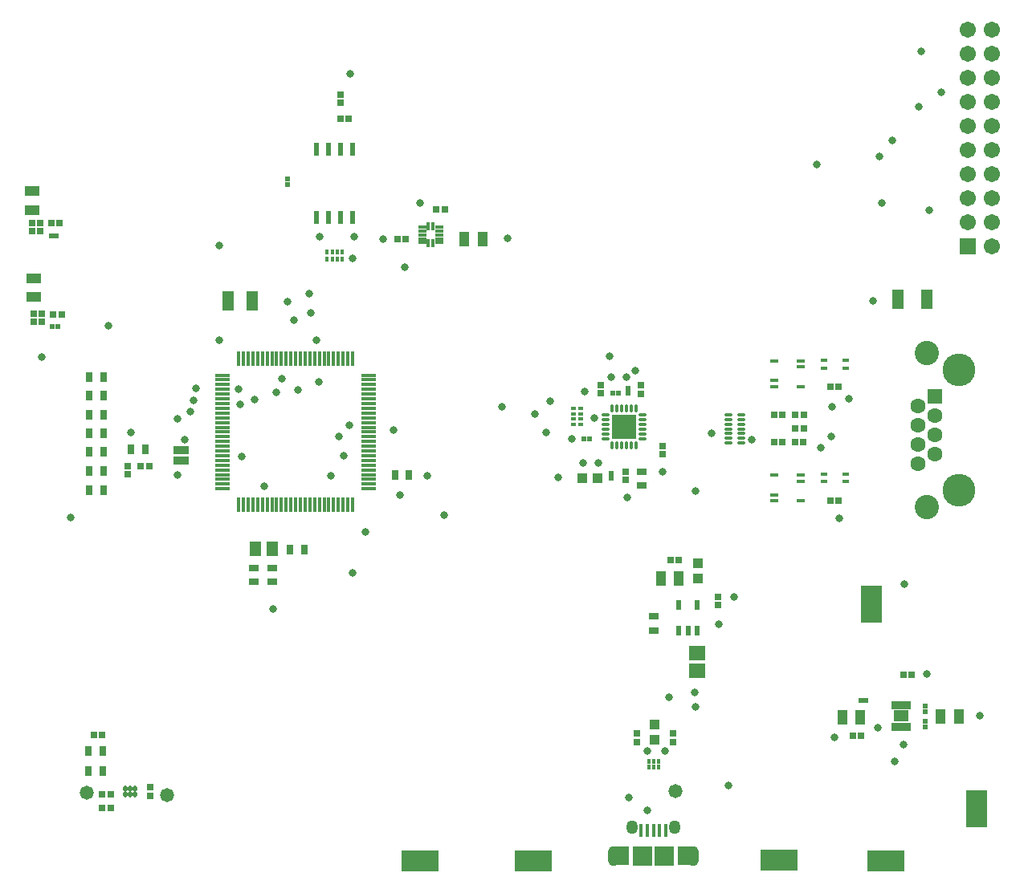
<source format=gts>
G04*
G04 #@! TF.GenerationSoftware,Altium Limited,Altium Designer,20.1.14 (287)*
G04*
G04 Layer_Color=8388736*
%FSLAX25Y25*%
%MOIN*%
G70*
G04*
G04 #@! TF.SameCoordinates,337FD55F-C749-4CE5-A7C0-25B7CD9D1A6A*
G04*
G04*
G04 #@! TF.FilePolarity,Negative*
G04*
G01*
G75*
%ADD29R,0.01968X0.03959*%
%ADD31R,0.03700X0.01600*%
%ADD34R,0.02200X0.05800*%
%ADD39R,0.01600X0.05300*%
%ADD49R,0.05906X0.01181*%
%ADD50R,0.01181X0.05906*%
G04:AMPARAMS|DCode=57|XSize=31.13mil|YSize=10.66mil|CornerRadius=1.26mil|HoleSize=0mil|Usage=FLASHONLY|Rotation=0.000|XOffset=0mil|YOffset=0mil|HoleType=Round|Shape=RoundedRectangle|*
%AMROUNDEDRECTD57*
21,1,0.03113,0.00814,0,0,0.0*
21,1,0.02861,0.01066,0,0,0.0*
1,1,0.00252,0.01431,-0.00407*
1,1,0.00252,-0.01431,-0.00407*
1,1,0.00252,-0.01431,0.00407*
1,1,0.00252,0.01431,0.00407*
%
%ADD57ROUNDEDRECTD57*%
%ADD58R,0.01913X0.01224*%
%ADD59R,0.01913X0.01814*%
%ADD60R,0.01814X0.01913*%
%ADD61R,0.01224X0.01913*%
G04:AMPARAMS|DCode=62|XSize=33.89mil|YSize=12.24mil|CornerRadius=2.28mil|HoleSize=0mil|Usage=FLASHONLY|Rotation=180.000|XOffset=0mil|YOffset=0mil|HoleType=Round|Shape=RoundedRectangle|*
%AMROUNDEDRECTD62*
21,1,0.03389,0.00768,0,0,180.0*
21,1,0.02933,0.01224,0,0,180.0*
1,1,0.00456,-0.01467,0.00384*
1,1,0.00456,0.01467,0.00384*
1,1,0.00456,0.01467,-0.00384*
1,1,0.00456,-0.01467,-0.00384*
%
%ADD62ROUNDEDRECTD62*%
G04:AMPARAMS|DCode=63|XSize=33.89mil|YSize=12.24mil|CornerRadius=2.28mil|HoleSize=0mil|Usage=FLASHONLY|Rotation=270.000|XOffset=0mil|YOffset=0mil|HoleType=Round|Shape=RoundedRectangle|*
%AMROUNDEDRECTD63*
21,1,0.03389,0.00768,0,0,270.0*
21,1,0.02933,0.01224,0,0,270.0*
1,1,0.00456,-0.00384,-0.01467*
1,1,0.00456,-0.00384,0.01467*
1,1,0.00456,0.00384,0.01467*
1,1,0.00456,0.00384,-0.01467*
%
%ADD63ROUNDEDRECTD63*%
%ADD64R,0.10436X0.10436*%
%ADD65R,0.02762X0.02605*%
%ADD66R,0.02605X0.02762*%
%ADD67R,0.02762X0.02526*%
%ADD68R,0.02526X0.02762*%
%ADD69R,0.03477X0.01587*%
%ADD70R,0.01587X0.03477*%
%ADD71R,0.01400X0.02000*%
%ADD72R,0.04343X0.05918*%
%ADD73R,0.03162X0.04343*%
%ADD74R,0.02375X0.02296*%
%ADD75R,0.07900X0.08300*%
%ADD76O,0.04700X0.08300*%
%ADD77O,0.04900X0.05700*%
%ADD78R,0.15761X0.08792*%
%ADD79R,0.04461X0.04304*%
%ADD80R,0.06706X0.05918*%
%ADD81R,0.02000X0.03200*%
%ADD82R,0.05906X0.04724*%
%ADD83R,0.02296X0.02375*%
%ADD84R,0.02572X0.02572*%
%ADD85R,0.06391X0.04422*%
%ADD86R,0.03359X0.03753*%
%ADD87R,0.05131X0.06391*%
%ADD88R,0.04343X0.03162*%
%ADD89R,0.02926X0.03162*%
%ADD90R,0.04737X0.07887*%
%ADD91R,0.02800X0.01400*%
G04:AMPARAMS|DCode=92|XSize=24.54mil|YSize=20.2mil|CornerRadius=7.05mil|HoleSize=0mil|Usage=FLASHONLY|Rotation=90.000|XOffset=0mil|YOffset=0mil|HoleType=Round|Shape=RoundedRectangle|*
%AMROUNDEDRECTD92*
21,1,0.02454,0.00610,0,0,90.0*
21,1,0.01043,0.02020,0,0,90.0*
1,1,0.01410,0.00305,0.00522*
1,1,0.01410,0.00305,-0.00522*
1,1,0.01410,-0.00305,-0.00522*
1,1,0.01410,-0.00305,0.00522*
%
%ADD92ROUNDEDRECTD92*%
%ADD93R,0.04973X0.07965*%
%ADD94R,0.08792X0.15761*%
%ADD95R,0.03950X0.03950*%
%ADD96C,0.06737*%
%ADD97R,0.06737X0.06737*%
%ADD98C,0.13595*%
%ADD99C,0.06304*%
%ADD100R,0.06304X0.06304*%
%ADD101C,0.10072*%
%ADD102C,0.03300*%
%ADD103C,0.05800*%
G36*
X191435Y267985D02*
X188365D01*
Y269166D01*
X191435D01*
Y267985D01*
D02*
G37*
G36*
X184467D02*
X181396D01*
Y269166D01*
X184467D01*
Y267985D01*
D02*
G37*
G36*
X191435Y266410D02*
X188365D01*
Y267591D01*
X191435D01*
Y266410D01*
D02*
G37*
G36*
X184467D02*
X181396D01*
Y267591D01*
X184467D01*
Y266410D01*
D02*
G37*
G36*
X187991Y265131D02*
X186810D01*
Y268202D01*
X187991D01*
Y265131D01*
D02*
G37*
G36*
X186022D02*
X184841D01*
Y268202D01*
X186022D01*
Y265131D01*
D02*
G37*
G36*
X294165Y14750D02*
Y9650D01*
X295365Y8450D01*
X289165D01*
Y15950D01*
X295365D01*
X294165Y14750D01*
D02*
G37*
G36*
X268690Y8450D02*
X262490D01*
X263690Y9650D01*
Y14750D01*
X262490Y15950D01*
X268690D01*
Y8450D01*
D02*
G37*
G36*
X184467Y272709D02*
X181396D01*
Y273890D01*
X184467D01*
Y272709D01*
D02*
G37*
G36*
X186022Y272099D02*
X184841D01*
Y275170D01*
X186022D01*
Y272099D01*
D02*
G37*
G36*
X184467Y271135D02*
X181396D01*
Y272316D01*
X184467D01*
Y271135D01*
D02*
G37*
G36*
Y269560D02*
X181396D01*
Y270741D01*
X184467D01*
Y269560D01*
D02*
G37*
G36*
X191435Y272709D02*
X188365D01*
Y273890D01*
X191435D01*
Y272709D01*
D02*
G37*
G36*
X187991Y272099D02*
X186810D01*
Y275170D01*
X187991D01*
Y272099D01*
D02*
G37*
G36*
X191435Y271135D02*
X188365D01*
Y272316D01*
X191435D01*
Y271135D01*
D02*
G37*
G36*
Y269560D02*
X188365D01*
Y270741D01*
X191435D01*
Y269560D01*
D02*
G37*
D29*
X289528Y116566D02*
D03*
X297009D02*
D03*
Y105914D02*
D03*
X293269D02*
D03*
X289528D02*
D03*
D31*
X329012Y217859D02*
D03*
Y207190D02*
D03*
X340000D02*
D03*
Y217859D02*
D03*
Y215300D02*
D03*
X329012Y209749D02*
D03*
X328912Y162178D02*
D03*
X339900Y167729D02*
D03*
Y170288D02*
D03*
Y159618D02*
D03*
X328912D02*
D03*
Y170288D02*
D03*
D34*
X138900Y277600D02*
D03*
X143900D02*
D03*
X148900D02*
D03*
X153900D02*
D03*
Y305900D02*
D03*
X148900D02*
D03*
X143900D02*
D03*
X138900D02*
D03*
D39*
X284046Y22724D02*
D03*
X281487D02*
D03*
X278928D02*
D03*
X276368D02*
D03*
X273809D02*
D03*
D49*
X160715Y211922D02*
D03*
Y209953D02*
D03*
Y207985D02*
D03*
Y206016D02*
D03*
Y204048D02*
D03*
Y202080D02*
D03*
Y200111D02*
D03*
Y198143D02*
D03*
Y196174D02*
D03*
Y194205D02*
D03*
Y192237D02*
D03*
Y190269D02*
D03*
Y188300D02*
D03*
Y186331D02*
D03*
Y184363D02*
D03*
Y182395D02*
D03*
Y180426D02*
D03*
Y178457D02*
D03*
Y176489D02*
D03*
Y174521D02*
D03*
Y172552D02*
D03*
Y170583D02*
D03*
Y168615D02*
D03*
Y166647D02*
D03*
Y164678D02*
D03*
X100085D02*
D03*
Y166647D02*
D03*
Y168615D02*
D03*
Y170583D02*
D03*
Y172552D02*
D03*
Y174521D02*
D03*
Y176489D02*
D03*
Y178457D02*
D03*
Y180426D02*
D03*
Y182395D02*
D03*
Y184363D02*
D03*
Y186331D02*
D03*
Y188300D02*
D03*
Y190269D02*
D03*
Y192237D02*
D03*
Y194205D02*
D03*
Y196174D02*
D03*
Y198143D02*
D03*
Y200111D02*
D03*
Y202080D02*
D03*
Y204048D02*
D03*
Y206016D02*
D03*
Y207985D02*
D03*
Y209953D02*
D03*
Y211922D02*
D03*
D50*
X154022Y157985D02*
D03*
X152053D02*
D03*
X150085D02*
D03*
X148117D02*
D03*
X146148D02*
D03*
X144179D02*
D03*
X142211D02*
D03*
X140243D02*
D03*
X138274D02*
D03*
X136305D02*
D03*
X134337D02*
D03*
X132369D02*
D03*
X130400D02*
D03*
X128431D02*
D03*
X126463D02*
D03*
X124495D02*
D03*
X122526D02*
D03*
X120557D02*
D03*
X118589D02*
D03*
X116621D02*
D03*
X114652D02*
D03*
X112683D02*
D03*
X110715D02*
D03*
X108747D02*
D03*
X106778D02*
D03*
Y218615D02*
D03*
X108747D02*
D03*
X110715D02*
D03*
X112683D02*
D03*
X114652D02*
D03*
X116621D02*
D03*
X118589D02*
D03*
X120557D02*
D03*
X122526D02*
D03*
X124495D02*
D03*
X126463D02*
D03*
X128431D02*
D03*
X130400D02*
D03*
X132369D02*
D03*
X134337D02*
D03*
X136305D02*
D03*
X138274D02*
D03*
X140243D02*
D03*
X142211D02*
D03*
X144179D02*
D03*
X146148D02*
D03*
X148117D02*
D03*
X150085D02*
D03*
X152053D02*
D03*
X154022D02*
D03*
D57*
X310162Y195505D02*
D03*
Y193537D02*
D03*
Y191569D02*
D03*
Y189600D02*
D03*
Y187631D02*
D03*
Y185663D02*
D03*
Y183695D02*
D03*
X315438D02*
D03*
Y185663D02*
D03*
Y187631D02*
D03*
Y189600D02*
D03*
Y191569D02*
D03*
Y193537D02*
D03*
Y195505D02*
D03*
D58*
X248684Y193816D02*
D03*
Y195784D02*
D03*
X245717D02*
D03*
Y193816D02*
D03*
D59*
X248684Y198048D02*
D03*
Y191552D02*
D03*
X245717D02*
D03*
Y198048D02*
D03*
D60*
X143368Y260233D02*
D03*
X149864D02*
D03*
Y263200D02*
D03*
X143368D02*
D03*
D61*
X147600Y260233D02*
D03*
X145632D02*
D03*
Y263200D02*
D03*
X147600D02*
D03*
D62*
X258993Y185427D02*
D03*
Y187396D02*
D03*
Y189364D02*
D03*
Y191333D02*
D03*
Y193301D02*
D03*
Y195270D02*
D03*
X274347D02*
D03*
Y193301D02*
D03*
Y191333D02*
D03*
Y189364D02*
D03*
Y187396D02*
D03*
Y185427D02*
D03*
D63*
X271592Y182671D02*
D03*
X269623D02*
D03*
X267654D02*
D03*
X265686D02*
D03*
X263718D02*
D03*
X261749D02*
D03*
Y198026D02*
D03*
X263718D02*
D03*
X265686D02*
D03*
X267654D02*
D03*
X269623D02*
D03*
X271592D02*
D03*
D64*
X266670Y190349D02*
D03*
D65*
X273800Y204200D02*
D03*
Y207625D02*
D03*
X70000Y37187D02*
D03*
Y40613D02*
D03*
X60800Y170687D02*
D03*
Y174113D02*
D03*
X272000Y59587D02*
D03*
Y63013D02*
D03*
X287200D02*
D03*
Y59587D02*
D03*
X305800Y116487D02*
D03*
Y119913D02*
D03*
D66*
X332400Y184200D02*
D03*
X328975D02*
D03*
X329000Y195300D02*
D03*
X332425D02*
D03*
X337800D02*
D03*
X341225D02*
D03*
Y189728D02*
D03*
X337800D02*
D03*
X152313Y318600D02*
D03*
X148887D02*
D03*
X188841Y280738D02*
D03*
X192266D02*
D03*
X29014Y275027D02*
D03*
X32439D02*
D03*
X33239Y237211D02*
D03*
X29814D02*
D03*
D67*
X256900Y207701D02*
D03*
Y204299D02*
D03*
X267500Y171901D02*
D03*
Y168499D02*
D03*
X282600Y178999D02*
D03*
Y182401D02*
D03*
X149000Y325098D02*
D03*
Y328500D02*
D03*
D68*
X352400Y159800D02*
D03*
X355802D02*
D03*
X355701Y207100D02*
D03*
X352299D02*
D03*
X337799Y184200D02*
D03*
X341201D02*
D03*
X46798Y62599D02*
D03*
X50200D02*
D03*
X172553Y268438D02*
D03*
X175954D02*
D03*
X289501Y135000D02*
D03*
X286099D02*
D03*
X361647Y62248D02*
D03*
X365048D02*
D03*
X382747Y87600D02*
D03*
X386148D02*
D03*
D69*
X189900Y267001D02*
D03*
Y268576D02*
D03*
Y270150D02*
D03*
Y271725D02*
D03*
Y273300D02*
D03*
X182931D02*
D03*
Y271725D02*
D03*
Y270150D02*
D03*
Y268576D02*
D03*
Y267001D02*
D03*
D70*
X187400Y273635D02*
D03*
X185431D02*
D03*
Y266666D02*
D03*
X187400D02*
D03*
D71*
X277189Y48939D02*
D03*
X279159D02*
D03*
X281129Y51539D02*
D03*
X279161D02*
D03*
X277192D02*
D03*
X281129Y48939D02*
D03*
D72*
X207994Y268538D02*
D03*
X200513D02*
D03*
X282020Y127341D02*
D03*
X289500D02*
D03*
X398207Y70000D02*
D03*
X405687D02*
D03*
X364787Y69907D02*
D03*
X357307D02*
D03*
D73*
X177453Y170500D02*
D03*
X171547D02*
D03*
X128147Y139600D02*
D03*
X134053D02*
D03*
X44667Y211106D02*
D03*
X50572D02*
D03*
X44667Y203317D02*
D03*
X50572D02*
D03*
X50572Y195529D02*
D03*
X44667D02*
D03*
X50572Y187741D02*
D03*
X44667D02*
D03*
X50572Y179952D02*
D03*
X44667D02*
D03*
X50572Y172164D02*
D03*
X44667D02*
D03*
X50572Y164264D02*
D03*
X44667D02*
D03*
X50253Y47600D02*
D03*
X44347D02*
D03*
X50253Y55800D02*
D03*
X44347D02*
D03*
X68000Y181200D02*
D03*
X62094D02*
D03*
D74*
X127000Y293302D02*
D03*
Y291098D02*
D03*
X391647Y68005D02*
D03*
Y65800D02*
D03*
X268500Y204298D02*
D03*
Y206502D02*
D03*
X261500Y169000D02*
D03*
Y171205D02*
D03*
X391647Y72198D02*
D03*
Y74402D02*
D03*
D75*
X283455Y12200D02*
D03*
X274400D02*
D03*
D76*
X295365D02*
D03*
X262491D02*
D03*
D77*
X287687Y24011D02*
D03*
X270168D02*
D03*
D78*
X331000Y10500D02*
D03*
X182200Y10000D02*
D03*
X375500D02*
D03*
X229000D02*
D03*
D79*
X297400Y127295D02*
D03*
Y133705D02*
D03*
X279239Y60339D02*
D03*
Y66748D02*
D03*
D80*
X297000Y96500D02*
D03*
Y89020D02*
D03*
D81*
X378647Y65800D02*
D03*
X380616D02*
D03*
X382584D02*
D03*
X384553D02*
D03*
Y74800D02*
D03*
X382584D02*
D03*
X380616D02*
D03*
X378647D02*
D03*
D82*
X381600Y70300D02*
D03*
D83*
X364943Y76900D02*
D03*
X367147D02*
D03*
X31132Y269827D02*
D03*
X28927D02*
D03*
X31629Y232111D02*
D03*
X29424D02*
D03*
X252300Y185400D02*
D03*
X250095D02*
D03*
X262100Y204300D02*
D03*
X264304D02*
D03*
D84*
X21754Y233938D02*
D03*
Y237284D02*
D03*
X25100D02*
D03*
Y233938D02*
D03*
X21054Y271654D02*
D03*
Y275000D02*
D03*
X24400D02*
D03*
Y271654D02*
D03*
D85*
X21027Y280490D02*
D03*
Y288364D02*
D03*
X21827Y252148D02*
D03*
Y244274D02*
D03*
D86*
X84400Y180634D02*
D03*
Y176500D02*
D03*
X81447D02*
D03*
Y180634D02*
D03*
D87*
X120784Y139800D02*
D03*
X113816D02*
D03*
D88*
X120869Y131864D02*
D03*
Y125958D02*
D03*
X112981Y131916D02*
D03*
Y126011D02*
D03*
X274159Y171853D02*
D03*
Y165947D02*
D03*
X279200Y105900D02*
D03*
Y111805D02*
D03*
D89*
X66203Y174029D02*
D03*
X69604D02*
D03*
X53601Y37628D02*
D03*
X50199D02*
D03*
X53601Y32100D02*
D03*
X50199D02*
D03*
D90*
X112221Y242900D02*
D03*
X102379D02*
D03*
D91*
X358850Y218075D02*
D03*
Y214925D02*
D03*
X349750D02*
D03*
Y218075D02*
D03*
X358850Y170875D02*
D03*
Y167725D02*
D03*
X349750D02*
D03*
Y170875D02*
D03*
D92*
X59860Y40084D02*
D03*
X61828D02*
D03*
X63797D02*
D03*
Y37800D02*
D03*
X61828D02*
D03*
X59860D02*
D03*
D93*
X392516Y243400D02*
D03*
X380484D02*
D03*
D94*
X369447Y116900D02*
D03*
X413200Y31900D02*
D03*
D95*
X249357Y169000D02*
D03*
X255657D02*
D03*
D96*
X419300Y355500D02*
D03*
Y345500D02*
D03*
Y335500D02*
D03*
Y325500D02*
D03*
Y315500D02*
D03*
Y305500D02*
D03*
Y295500D02*
D03*
Y285500D02*
D03*
Y275500D02*
D03*
Y265500D02*
D03*
X409300Y355500D02*
D03*
Y345500D02*
D03*
Y335500D02*
D03*
Y325500D02*
D03*
Y315500D02*
D03*
Y305500D02*
D03*
Y295500D02*
D03*
Y285500D02*
D03*
Y275500D02*
D03*
D97*
Y265500D02*
D03*
D98*
X405865Y164008D02*
D03*
Y214008D02*
D03*
D99*
X388857Y174992D02*
D03*
X395865Y179008D02*
D03*
X388857Y183024D02*
D03*
X395865Y187039D02*
D03*
X388857Y191055D02*
D03*
X395865Y195071D02*
D03*
X388857Y199087D02*
D03*
D100*
X395865Y203102D02*
D03*
D101*
X392361Y157000D02*
D03*
Y221016D02*
D03*
D102*
X379100Y51500D02*
D03*
X372200Y65600D02*
D03*
X254500Y194100D02*
D03*
X37100Y152800D02*
D03*
X25100Y219500D02*
D03*
X153100Y337200D02*
D03*
X309900Y41300D02*
D03*
X296200Y80000D02*
D03*
X382700Y58500D02*
D03*
X319800Y185200D02*
D03*
X81500Y193800D02*
D03*
X84370Y184995D02*
D03*
X52770Y232470D02*
D03*
X88100Y201400D02*
D03*
X86820Y196920D02*
D03*
X98700Y265606D02*
D03*
X398500Y329600D02*
D03*
X154022Y260322D02*
D03*
X140300Y269400D02*
D03*
X154820Y269320D02*
D03*
X108200Y178250D02*
D03*
X121100Y114800D02*
D03*
X113500Y201900D02*
D03*
X175600Y256700D02*
D03*
X98700Y226400D02*
D03*
X127200Y242400D02*
D03*
X140200Y209000D02*
D03*
X122500Y204900D02*
D03*
X124700Y210500D02*
D03*
X107353Y199929D02*
D03*
X106800Y206100D02*
D03*
X383000Y125100D02*
D03*
X296300Y163900D02*
D03*
X282600Y171800D02*
D03*
X245200Y185500D02*
D03*
X234400Y188200D02*
D03*
X249800Y175600D02*
D03*
X250400Y205200D02*
D03*
X261400Y211200D02*
D03*
X267800D02*
D03*
X256000Y175500D02*
D03*
X414400Y70500D02*
D03*
X152700Y191100D02*
D03*
X148500Y186300D02*
D03*
X229600Y195800D02*
D03*
X215900Y198700D02*
D03*
X171200Y189000D02*
D03*
X144900Y170000D02*
D03*
X150500Y178500D02*
D03*
X154000Y129700D02*
D03*
X285500Y78000D02*
D03*
X296300Y74100D02*
D03*
X192000Y153800D02*
D03*
X131300Y205700D02*
D03*
X236100Y201200D02*
D03*
X218300Y268700D02*
D03*
X185150Y170250D02*
D03*
X239300Y169500D02*
D03*
X306000Y108500D02*
D03*
X89200Y206300D02*
D03*
X159400Y146800D02*
D03*
X393300Y280500D02*
D03*
X346700Y299600D02*
D03*
X372800Y302700D02*
D03*
X373700Y283500D02*
D03*
X129700Y234862D02*
D03*
X136700Y237900D02*
D03*
X139100Y226400D02*
D03*
X136000Y245700D02*
D03*
X260700Y219700D02*
D03*
X378200Y309400D02*
D03*
X389000Y323300D02*
D03*
X390200Y346300D02*
D03*
X173600Y162100D02*
D03*
X271300Y213900D02*
D03*
X81300Y170500D02*
D03*
X182000Y283600D02*
D03*
X166800Y268500D02*
D03*
X354100Y61400D02*
D03*
X392400Y87700D02*
D03*
X370000Y242800D02*
D03*
X360200Y202200D02*
D03*
X355900Y152500D02*
D03*
X348400Y181800D02*
D03*
X303100Y187700D02*
D03*
X267900Y161100D02*
D03*
X117500Y165900D02*
D03*
X62100Y188000D02*
D03*
X276300Y31000D02*
D03*
X283600Y55900D02*
D03*
X268600Y36500D02*
D03*
X276400Y55800D02*
D03*
X352800Y186500D02*
D03*
X352900Y198800D02*
D03*
X312500Y119900D02*
D03*
D103*
X288000Y39200D02*
D03*
X43800Y38600D02*
D03*
X77000Y37500D02*
D03*
M02*

</source>
